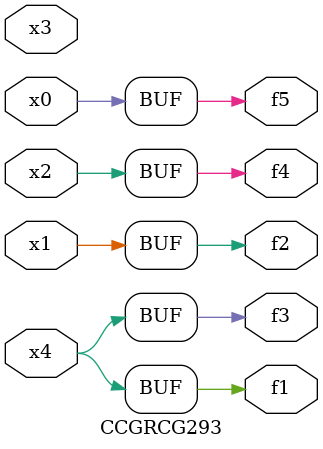
<source format=v>
module CCGRCG293(
	input x0, x1, x2, x3, x4,
	output f1, f2, f3, f4, f5
);
	assign f1 = x4;
	assign f2 = x1;
	assign f3 = x4;
	assign f4 = x2;
	assign f5 = x0;
endmodule

</source>
